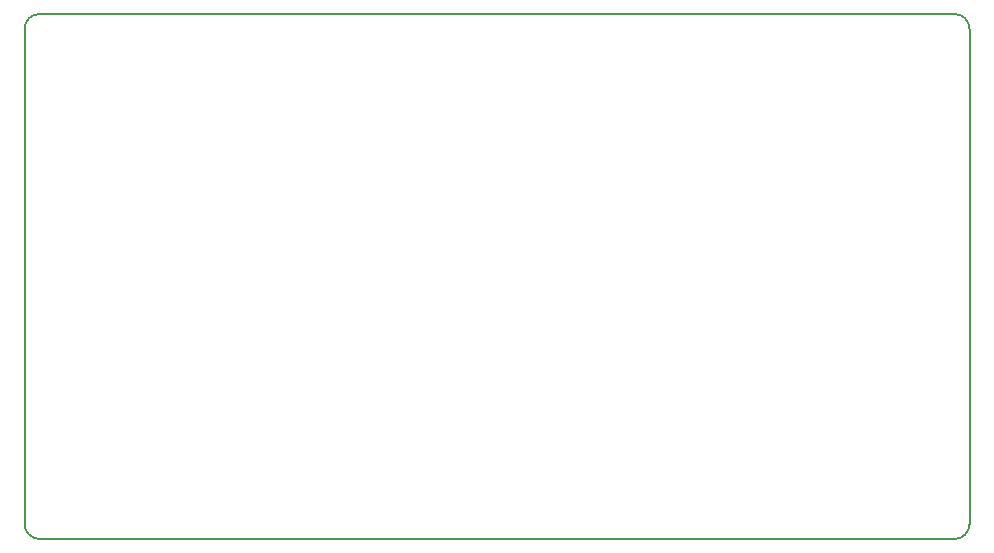
<source format=gbr>
G04 #@! TF.GenerationSoftware,KiCad,Pcbnew,6.0.0-rc1-unknown-3024ded~66~ubuntu18.04.1*
G04 #@! TF.CreationDate,2018-11-05T19:27:41-08:00*
G04 #@! TF.ProjectId,arduino-micro,61726475696E6F2D6D6963726F2E6B69,rev?*
G04 #@! TF.SameCoordinates,PX8c5fca8PY9629108*
G04 #@! TF.FileFunction,Profile,NP*
%FSLAX46Y46*%
G04 Gerber Fmt 4.6, Leading zero omitted, Abs format (unit mm)*
G04 Created by KiCad (PCBNEW 6.0.0-rc1-unknown-3024ded~66~ubuntu18.04.1) date Mon 05 Nov 2018 07:27:41 PM PST*
%MOMM*%
%LPD*%
G01*
G04 APERTURE LIST*
%ADD10C,0.150000*%
G04 APERTURE END LIST*
D10*
X78867000Y44424600D02*
X1397000Y44424600D01*
X80137000Y43154600D02*
X80137000Y1244600D01*
X78867000Y44424600D02*
G75*
G02X80137000Y43154600I0J-1270000D01*
G01*
X1397000Y-25400D02*
X78867000Y-25400D01*
X127000Y43154600D02*
X127000Y1244600D01*
X127000Y43154600D02*
G75*
G02X1397000Y44424600I1270000J0D01*
G01*
X1397000Y-25400D02*
G75*
G02X127000Y1244600I0J1270000D01*
G01*
X80137000Y1244600D02*
G75*
G02X78867000Y-25400I-1270000J0D01*
G01*
M02*

</source>
